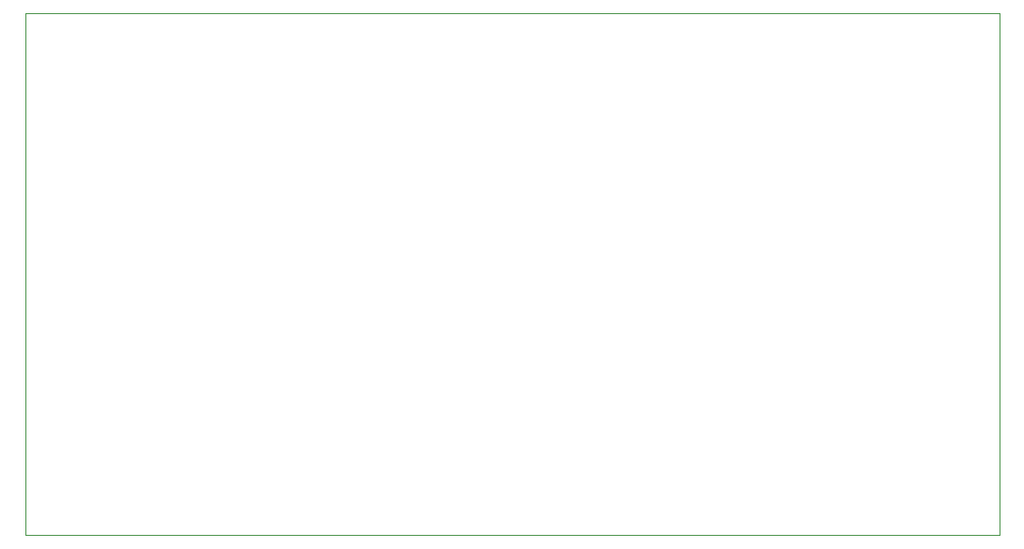
<source format=gbr>
%TF.GenerationSoftware,KiCad,Pcbnew,7.0.8*%
%TF.CreationDate,2023-11-03T11:37:25-07:00*%
%TF.ProjectId,adder,61646465-722e-46b6-9963-61645f706362,rev?*%
%TF.SameCoordinates,Original*%
%TF.FileFunction,Profile,NP*%
%FSLAX46Y46*%
G04 Gerber Fmt 4.6, Leading zero omitted, Abs format (unit mm)*
G04 Created by KiCad (PCBNEW 7.0.8) date 2023-11-03 11:37:25*
%MOMM*%
%LPD*%
G01*
G04 APERTURE LIST*
%TA.AperFunction,Profile*%
%ADD10C,0.100000*%
%TD*%
G04 APERTURE END LIST*
D10*
X130810000Y-77470000D02*
X218440000Y-77470000D01*
X218440000Y-124460000D01*
X130810000Y-124460000D01*
X130810000Y-77470000D01*
M02*

</source>
